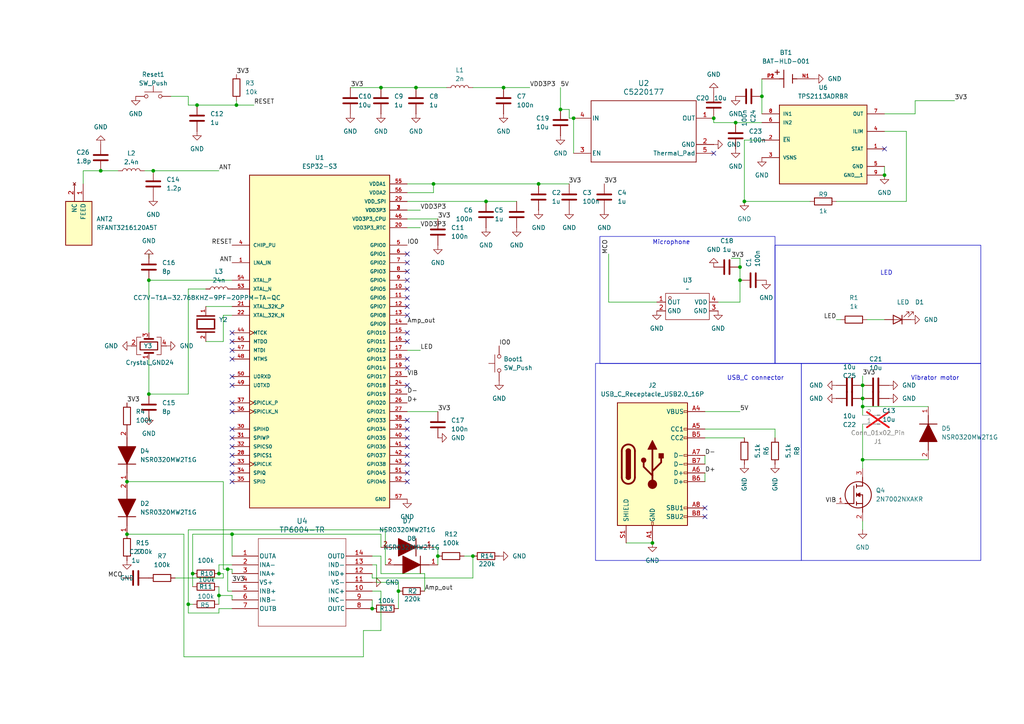
<source format=kicad_sch>
(kicad_sch (version 20231120) (generator "eeschema") (generator_version "8.0")
  (paper "A4")
  (lib_symbols
    (symbol "2024-08-07_11-06-30:TPS7A0333PDQNR3" (pin_names (offset 0.254))
      (property "Reference" "U" (at 0 2.54 0))
      (property "Value" "TPS7A0333PDQNR3" (at 0 0 0))
      (symbol "TPS7A0333PDQNR3_0_1"
        (pin power_in line (at 40.64 0 180) (length 5.08) (name "OUT") (number "1"))
        (pin power_in line (at 40.64 -7.62 180) (length 5.08) (name "GND") (number "2"))
        (pin input line (at 0 -10.16 0) (length 5.08) (name "EN") (number "3"))
        (pin power_in line (at 0 0 0) (length 5.08) (name "IN") (number "4"))
        (pin unspecified line (at 40.64 -10.16 180) (length 5.08) (name "Thermal_Pad") (number "5"))
      )
    )
    (symbol "2024-08-12_07-45-24:TP6004-TR" (pin_names (offset 0.254))
      (property "Reference" "U" (at 20.32 10.16 0))
      (property "Value" "TP6004-TR" (at 20.32 7.62 0))
      (symbol "TP6004-TR_0_1"
        (pin output line (at 0 0 0) (length 7.62) (name "OUTA") (number "1"))
        (pin input line (at 40.64 -10.16 180) (length 7.62) (name "INC+") (number "10"))
        (pin power_in line (at 40.64 -7.62 180) (length 7.62) (name "VS-") (number "11"))
        (pin input line (at 40.64 -5.08 180) (length 7.62) (name "IND+") (number "12"))
        (pin input line (at 40.64 -2.54 180) (length 7.62) (name "IND-") (number "13"))
        (pin output line (at 40.64 0 180) (length 7.62) (name "OUTD") (number "14"))
        (pin input line (at 0 -2.54 0) (length 7.62) (name "INA-") (number "2"))
        (pin input line (at 0 -5.08 0) (length 7.62) (name "INA+") (number "3"))
        (pin power_in line (at 0 -7.62 0) (length 7.62) (name "VS+") (number "4"))
        (pin input line (at 0 -10.16 0) (length 7.62) (name "INB+") (number "5"))
        (pin input line (at 0 -12.7 0) (length 7.62) (name "INB-") (number "6"))
        (pin output line (at 0 -15.24 0) (length 7.62) (name "OUTB") (number "7"))
        (pin output line (at 40.64 -15.24 180) (length 7.62) (name "OUTC") (number "8"))
        (pin input line (at 40.64 -12.7 180) (length 7.62) (name "INC-") (number "9"))
      )
    )
    (symbol "2N7002NXAKR:2N7002NXAKR" (pin_names hide)
      (property "Reference" "Q" (at 11.43 3.81 0))
      (property "Value" "2N7002NXAKR" (at 11.43 1.27 0))
      (symbol "2N7002NXAKR_1_1"
        (pin passive line (at 0 0 0) (length 2.54) (name "G") (number "1"))
        (pin passive line (at 7.62 -5.08 90) (length 2.54) (name "S") (number "2"))
        (pin passive line (at 7.62 10.16 270) (length 2.54) (name "D") (number "3"))
      )
    )
    (symbol "BAT-HLD-001:BAT-HLD-001" (pin_names (offset 1.016))
      (property "Reference" "BT" (at -3.81 3.81 0))
      (property "Value" "BAT-HLD-001" (at -3.81 -5.08 0))
      (symbol "BAT-HLD-001_0_0"
        (pin passive line (at 7.62 0 180) (length 5.08) (name "~") (number "N1"))
        (pin passive line (at -7.62 0 0) (length 5.08) (name "~") (number "P1"))
        (pin passive line (at -7.62 0 0) (length 5.08) (name "~") (number "P2"))
      )
    )
    (symbol "CC7V-T1A-32.768KHZ-9PF-20PPM-TA-QC:CC7V-T1A-32.768KHZ-9PF-20PPM-TA-QC" (pin_names (offset 1.016))
      (property "Reference" "Y" (at -5.08 3.81 0))
      (property "Value" "CC7V-T1A-32.768KHZ-9PF-20PPM-TA-QC" (at -5.08 -5.08 0))
      (symbol "CC7V-T1A-32.768KHZ-9PF-20PPM-TA-QC_0_0"
        (pin passive line (at -5.08 0 0) (length 2.54) (name "~") (number "1"))
        (pin passive line (at 5.08 0 180) (length 2.54) (name "~") (number "2"))
      )
    )
    (symbol "Connector:Conn_01x02_Pin" (pin_names (offset 1.016) hide)
      (property "Reference" "J" (at 0 2.54 0))
      (property "Value" "Conn_01x02_Pin" (at 0 -5.08 0))
      (symbol "Conn_01x02_Pin_1_1"
        (pin passive line (at 5.08 0 180) (length 3.81) (name "Pin_1") (number "1"))
        (pin passive line (at 5.08 -2.54 180) (length 3.81) (name "Pin_2") (number "2"))
      )
    )
    (symbol "Connector:USB_C_Receptacle_USB2.0_16P" (pin_names (offset 1.016))
      (property "Reference" "J" (at 0 22.225 0))
      (property "Value" "USB_C_Receptacle_USB2.0_16P" (at 0 19.685 0))
      (symbol "USB_C_Receptacle_USB2.0_16P_1_1"
        (pin passive line (at 0 -22.86 90) (length 5.08) (name "GND") (number "A1"))
        (pin passive line (at 0 -22.86 90) (length 5.08) hide (name "GND") (number "A12"))
        (pin passive line (at 15.24 15.24 180) (length 5.08) (name "VBUS") (number "A4"))
        (pin bidirectional line (at 15.24 10.16 180) (length 5.08) (name "CC1") (number "A5"))
        (pin bidirectional line (at 15.24 -2.54 180) (length 5.08) (name "D+") (number "A6"))
        (pin bidirectional line (at 15.24 2.54 180) (length 5.08) (name "D-") (number "A7"))
        (pin bidirectional line (at 15.24 -12.7 180) (length 5.08) (name "SBU1") (number "A8"))
        (pin passive line (at 15.24 15.24 180) (length 5.08) hide (name "VBUS") (number "A9"))
        (pin passive line (at 0 -22.86 90) (length 5.08) hide (name "GND") (number "B1"))
        (pin passive line (at 0 -22.86 90) (length 5.08) hide (name "GND") (number "B12"))
        (pin passive line (at 15.24 15.24 180) (length 5.08) hide (name "VBUS") (number "B4"))
        (pin bidirectional line (at 15.24 7.62 180) (length 5.08) (name "CC2") (number "B5"))
        (pin bidirectional line (at 15.24 -5.08 180) (length 5.08) (name "D+") (number "B6"))
        (pin bidirectional line (at 15.24 0 180) (length 5.08) (name "D-") (number "B7"))
        (pin bidirectional line (at 15.24 -15.24 180) (length 5.08) (name "SBU2") (number "B8"))
        (pin passive line (at 15.24 15.24 180) (length 5.08) hide (name "VBUS") (number "B9"))
        (pin passive line (at -7.62 -22.86 90) (length 5.08) (name "SHIELD") (number "S1"))
      )
    )
    (symbol "Device:C" (pin_numbers hide) (pin_names (offset 0.254))
      (property "Reference" "C" (at 0.635 2.54 0))
      (property "Value" "C" (at 0.635 -2.54 0))
      (symbol "C_1_1"
        (pin passive line (at 0 3.81 270) (length 2.794) (name "~") (number "1"))
        (pin passive line (at 0 -3.81 90) (length 2.794) (name "~") (number "2"))
      )
    )
    (symbol "Device:Crystal_GND24" (pin_names (offset 1.016) hide)
      (property "Reference" "Y" (at 3.175 5.08 0))
      (property "Value" "Crystal_GND24" (at 3.175 3.175 0))
      (symbol "Crystal_GND24_1_1"
        (pin passive line (at -3.81 0 0) (length 1.27) (name "1") (number "1"))
        (pin passive line (at 0 5.08 270) (length 1.27) (name "2") (number "2"))
        (pin passive line (at 3.81 0 180) (length 1.27) (name "3") (number "3"))
        (pin passive line (at 0 -5.08 90) (length 1.27) (name "4") (number "4"))
      )
    )
    (symbol "Device:L" (pin_numbers hide) (pin_names (offset 1.016) hide)
      (property "Reference" "L" (at -1.27 0 90))
      (property "Value" "L" (at 1.905 0 90))
      (symbol "L_1_1"
        (pin passive line (at 0 3.81 270) (length 1.27) (name "1") (number "1"))
        (pin passive line (at 0 -3.81 90) (length 1.27) (name "2") (number "2"))
      )
    )
    (symbol "Device:LED" (pin_numbers hide) (pin_names (offset 1.016) hide)
      (property "Reference" "D" (at 0 2.54 0))
      (property "Value" "LED" (at 0 -2.54 0))
      (symbol "LED_1_1"
        (pin passive line (at -3.81 0 0) (length 2.54) (name "K") (number "1"))
        (pin passive line (at 3.81 0 180) (length 2.54) (name "A") (number "2"))
      )
    )
    (symbol "Device:R" (pin_numbers hide) (pin_names (offset 0))
      (property "Reference" "R" (at 2.032 0 90))
      (property "Value" "R" (at 0 0 90))
      (symbol "R_1_1"
        (pin passive line (at 0 3.81 270) (length 1.27) (name "~") (number "1"))
        (pin passive line (at 0 -3.81 90) (length 1.27) (name "~") (number "2"))
      )
    )
    (symbol "ESP32-S3:ESP32-S3" (pin_names (offset 1.016))
      (property "Reference" "U" (at -20.32 49.53 0))
      (property "Value" "ESP32-S3" (at -20.32 -49.53 0))
      (symbol "ESP32-S3_0_0"
        (pin bidirectional line (at -25.4 22.86 0) (length 5.08) (name "LNA_IN") (number "1"))
        (pin bidirectional line (at 25.4 15.24 180) (length 5.08) (name "GPIO5") (number "10"))
        (pin bidirectional line (at 25.4 12.7 180) (length 5.08) (name "GPIO6") (number "11"))
        (pin bidirectional line (at 25.4 10.16 180) (length 5.08) (name "GPIO7") (number "12"))
        (pin bidirectional line (at 25.4 7.62 180) (length 5.08) (name "GPIO8") (number "13"))
        (pin bidirectional line (at 25.4 5.08 180) (length 5.08) (name "GPIO9") (number "14"))
        (pin bidirectional line (at 25.4 2.54 180) (length 5.08) (name "GPIO10") (number "15"))
        (pin bidirectional line (at 25.4 0 180) (length 5.08) (name "GPIO11") (number "16"))
        (pin bidirectional line (at 25.4 -2.54 180) (length 5.08) (name "GPIO12") (number "17"))
        (pin bidirectional line (at 25.4 -5.08 180) (length 5.08) (name "GPIO13") (number "18"))
        (pin bidirectional line (at 25.4 -7.62 180) (length 5.08) (name "GPIO14") (number "19"))
        (pin power_in line (at 25.4 38.1 180) (length 5.08) (name "VDD3P3") (number "2"))
        (pin power_in line (at 25.4 33.02 180) (length 5.08) (name "VDD3P3_RTC") (number "20"))
        (pin bidirectional line (at -25.4 10.16 0) (length 5.08) (name "XTAL_32K_P") (number "21"))
        (pin bidirectional line (at -25.4 7.62 0) (length 5.08) (name "XTAL_32K_N") (number "22"))
        (pin bidirectional line (at 25.4 -10.16 180) (length 5.08) (name "GPIO17") (number "23"))
        (pin bidirectional line (at 25.4 -12.7 180) (length 5.08) (name "GPIO18") (number "24"))
        (pin bidirectional line (at 25.4 -15.24 180) (length 5.08) (name "GPIO19") (number "25"))
        (pin bidirectional line (at 25.4 -17.78 180) (length 5.08) (name "GPIO20") (number "26"))
        (pin bidirectional line (at 25.4 -20.32 180) (length 5.08) (name "GPIO21") (number "27"))
        (pin bidirectional line (at -25.4 -33.02 0) (length 5.08) (name "SPICS1") (number "28"))
        (pin power_in line (at 25.4 40.64 180) (length 5.08) (name "VDD_SPI") (number "29"))
        (pin power_in line (at 25.4 38.1 180) (length 5.08) (name "VDD3P3") (number "3"))
        (pin bidirectional line (at -25.4 -25.4 0) (length 5.08) (name "SPIHD") (number "30"))
        (pin bidirectional line (at -25.4 -27.94 0) (length 5.08) (name "SPIWP") (number "31"))
        (pin bidirectional line (at -25.4 -30.48 0) (length 5.08) (name "SPICS0") (number "32"))
        (pin bidirectional clock (at -25.4 -35.56 0) (length 5.08) (name "SPICLK") (number "33"))
        (pin bidirectional line (at -25.4 -38.1 0) (length 5.08) (name "SPIQ") (number "34"))
        (pin bidirectional line (at -25.4 -40.64 0) (length 5.08) (name "SPID") (number "35"))
        (pin bidirectional clock (at -25.4 -20.32 0) (length 5.08) (name "SPICLK_N") (number "36"))
        (pin bidirectional clock (at -25.4 -17.78 0) (length 5.08) (name "SPICLK_P") (number "37"))
        (pin bidirectional line (at 25.4 -22.86 180) (length 5.08) (name "GPIO33") (number "38"))
        (pin bidirectional line (at 25.4 -25.4 180) (length 5.08) (name "GPIO34") (number "39"))
        (pin input line (at -25.4 27.94 0) (length 5.08) (name "CHIP_PU") (number "4"))
        (pin bidirectional line (at 25.4 -27.94 180) (length 5.08) (name "GPIO35") (number "40"))
        (pin bidirectional line (at 25.4 -30.48 180) (length 5.08) (name "GPIO36") (number "41"))
        (pin bidirectional line (at 25.4 -33.02 180) (length 5.08) (name "GPIO37") (number "42"))
        (pin bidirectional line (at 25.4 -35.56 180) (length 5.08) (name "GPIO38") (number "43"))
        (pin bidirectional clock (at -25.4 2.54 0) (length 5.08) (name "MTCK") (number "44"))
        (pin bidirectional line (at -25.4 0 0) (length 5.08) (name "MTDO") (number "45"))
        (pin power_in line (at 25.4 35.56 180) (length 5.08) (name "VDD3P3_CPU") (number "46"))
        (pin bidirectional line (at -25.4 -2.54 0) (length 5.08) (name "MTDI") (number "47"))
        (pin bidirectional line (at -25.4 -5.08 0) (length 5.08) (name "MTMS") (number "48"))
        (pin bidirectional line (at -25.4 -12.7 0) (length 5.08) (name "U0TXD") (number "49"))
        (pin bidirectional line (at 25.4 27.94 180) (length 5.08) (name "GPIO0") (number "5"))
        (pin bidirectional line (at -25.4 -10.16 0) (length 5.08) (name "U0RXD") (number "50"))
        (pin bidirectional line (at 25.4 -38.1 180) (length 5.08) (name "GPIO45") (number "51"))
        (pin bidirectional line (at 25.4 -40.64 180) (length 5.08) (name "GPIO46") (number "52"))
        (pin output line (at -25.4 15.24 0) (length 5.08) (name "XTAL_N") (number "53"))
        (pin input line (at -25.4 17.78 0) (length 5.08) (name "XTAL_P") (number "54"))
        (pin power_in line (at 25.4 45.72 180) (length 5.08) (name "VDDA1") (number "55"))
        (pin power_in line (at 25.4 43.18 180) (length 5.08) (name "VDDA2") (number "56"))
        (pin power_in line (at 25.4 -45.72 180) (length 5.08) (name "GND") (number "57"))
        (pin bidirectional line (at 25.4 25.4 180) (length 5.08) (name "GPIO1") (number "6"))
        (pin bidirectional line (at 25.4 22.86 180) (length 5.08) (name "GPIO2") (number "7"))
        (pin bidirectional line (at 25.4 20.32 180) (length 5.08) (name "GPIO3") (number "8"))
        (pin bidirectional line (at 25.4 17.78 180) (length 5.08) (name "GPIO4") (number "9"))
      )
    )
    (symbol "NSR0320MW2T1G:NSR0320MW2T1G" (pin_names hide)
      (property "Reference" "D" (at 11.43 5.08 0))
      (property "Value" "NSR0320MW2T1G" (at 11.43 2.54 0))
      (symbol "NSR0320MW2T1G_1_1"
        (pin passive line (at 0 0 0) (length 2.54) (name "K") (number "1"))
        (pin passive line (at 15.24 0 180) (length 2.54) (name "A") (number "2"))
      )
    )
    (symbol "ProLibrary_pcs_2024-07-25:LMA2718T421-OA5-2"
      (property "Reference" "U" (at 0 0 0))
      (symbol "LMA2718T421-OA5-2_1_0"
        (pin unspecified line (at -8.89 1.27 0) (length 2.54) (name "OUT") (number "1"))
        (pin unspecified line (at -8.89 -1.27 0) (length 2.54) (name "GND") (number "2"))
        (pin unspecified line (at 8.89 -1.27 180) (length 2.54) (name "GND") (number "3"))
        (pin unspecified line (at 8.89 1.27 180) (length 2.54) (name "VDD") (number "4"))
      )
    )
    (symbol "RFANT3216120A5T:RFANT3216120A5T"
      (property "Reference" "ANT" (at 19.05 7.62 0))
      (property "Value" "RFANT3216120A5T" (at 19.05 5.08 0))
      (symbol "RFANT3216120A5T_1_1"
        (pin input line (at 0 0 0) (length 5.08) (name "FEED") (number "1"))
        (pin no_connect line (at 0 -2.54 0) (length 5.08) (name "NC") (number "2"))
      )
    )
    (symbol "Switch:SW_Push" (pin_numbers hide) (pin_names (offset 1.016) hide)
      (property "Reference" "SW" (at 1.27 2.54 0))
      (property "Value" "SW_Push" (at 0 -1.524 0))
      (symbol "SW_Push_0_1"
        (pin passive line (at -5.08 0 0) (length 2.54) (name "1") (number "1"))
        (pin passive line (at 5.08 0 180) (length 2.54) (name "2") (number "2"))
      )
    )
    (symbol "TPS2113ADRBR:TPS2113ADRBR" (pin_names (offset 1.016))
      (property "Reference" "U" (at -12.7 11.16 0))
      (property "Value" "TPS2113ADRBR" (at -12.7 -15.24 0))
      (symbol "TPS2113ADRBR_0_0"
        (pin output line (at 17.78 -2.54 180) (length 5.08) (name "STAT") (number "1"))
        (pin input line (at -17.78 0 0) (length 5.08) (name "~{EN}") (number "2"))
        (pin input line (at -17.78 -5.08 0) (length 5.08) (name "VSNS") (number "3"))
        (pin input line (at 17.78 2.54 180) (length 5.08) (name "ILIM") (number "4"))
        (pin power_in line (at 17.78 -7.62 180) (length 5.08) (name "GND") (number "5"))
        (pin input line (at -17.78 5.08 0) (length 5.08) (name "IN2") (number "6"))
        (pin output line (at 17.78 7.62 180) (length 5.08) (name "OUT") (number "7"))
        (pin input line (at -17.78 7.62 0) (length 5.08) (name "IN1") (number "8"))
        (pin power_in line (at 17.78 -10.16 180) (length 5.08) (name "GND__1") (number "9"))
      )
    )
    (symbol "power:GND" (power) (pin_numbers hide) (pin_names (offset 0) hide)
      (property "Value" "GND" (at 0 -3.81 0))
      (symbol "GND_1_1"
        (pin power_in line (at 0 0 270) (length 0) (name "~") (number "1"))
      )
    )
  )
  (junction (at 63.5 166.37))
  (junction (at 207.01 34.29))
  (junction (at 256.54 50.8))
  (junction (at 29.21 49.53))
  (junction (at 250.19 133.35))
  (junction (at 68.58 30.48))
  (junction (at 137.16 161.29))
  (junction (at 36.83 139.7))
  (junction (at 250.19 115.57))
  (junction (at 213.36 35.56))
  (junction (at 110.49 25.4))
  (junction (at 215.9 58.42))
  (junction (at 125.73 53.34))
  (junction (at 107.95 176.53))
  (junction (at 156.21 53.34))
  (junction (at 166.37 34.29))
  (junction (at 55.88 166.37))
  (junction (at 189.23 157.48))
  (junction (at 127 161.29))
  (junction (at 146.05 25.4))
  (junction (at 250.19 117.9168))
  (junction (at 214.63 77.47))
  (junction (at 57.15 30.48))
  (junction (at 44.45 49.53))
  (junction (at 220.98 27.94))
  (junction (at 115.57 171.45))
  (junction (at 214.63 81.28))
  (junction (at 120.65 25.4))
  (junction (at 66.04 165.1))
  (junction (at 67.31 154.94))
  (junction (at 140.97 58.42))
  (junction (at 54.61 175.26))
  (junction (at 162.56 31.75))
  (junction (at 36.83 154.94))
  (junction (at 63.5 172.72))
  (junction (at 43.18 81.28))
  (junction (at 250.19 111.76))
  (junction (at 43.18 114.3))
  (no_connect (at 118.11 124.46))
  (no_connect (at 67.31 116.84))
  (no_connect (at 67.31 99.06))
  (no_connect (at 118.11 129.54))
  (no_connect (at 118.11 99.06))
  (no_connect (at 67.31 139.7))
  (no_connect (at 67.31 104.14))
  (no_connect (at 118.11 132.08))
  (no_connect (at 118.11 91.44))
  (no_connect (at 67.31 129.54))
  (no_connect (at 118.11 139.7))
  (no_connect (at 118.11 78.74))
  (no_connect (at 67.31 134.62))
  (no_connect (at 118.11 88.9))
  (no_connect (at 204.47 149.86))
  (no_connect (at 67.31 109.22))
  (no_connect (at 67.31 132.08))
  (no_connect (at 118.11 137.16))
  (no_connect (at 118.11 83.82))
  (no_connect (at 118.11 81.28))
  (no_connect (at 118.11 104.14))
  (no_connect (at 67.31 124.46))
  (no_connect (at 67.31 101.6))
  (no_connect (at 118.11 134.62))
  (no_connect (at 118.11 96.52))
  (no_connect (at 67.31 127))
  (no_connect (at 118.11 111.76))
  (no_connect (at 67.31 111.76))
  (no_connect (at 256.54 43.18))
  (no_connect (at 67.31 96.52))
  (no_connect (at 118.11 121.92))
  (no_connect (at 204.47 147.32))
  (no_connect (at 118.11 127))
  (no_connect (at 207.01 44.45))
  (no_connect (at 118.11 73.66))
  (no_connect (at 118.11 76.2))
  (no_connect (at 118.11 106.68))
  (no_connect (at 67.31 119.38))
  (no_connect (at 67.31 137.16))
  (no_connect (at 118.11 86.36))
  (wire (pts (xy 118.11 58.42) (xy 140.97 58.42)))
  (wire (pts (xy 64.77 165.1) (xy 66.04 165.1)))
  (wire (pts (xy 73.66 30.48) (xy 68.58 30.48)))
  (wire (pts (xy 214.63 81.28) (xy 214.63 77.47)))
  (wire (pts (xy 54.61 30.48) (xy 54.61 27.94)))
  (wire (pts (xy 156.21 53.34) (xy 165.1 53.34)))
  (wire (pts (xy 115.57 176.53) (xy 115.57 171.45)))
  (wire (pts (xy 54.61 177.8) (xy 54.61 175.26)))
  (wire (pts (xy 146.05 25.4) (xy 153.67 25.4)))
  (wire (pts (xy 55.88 166.37) (xy 55.88 170.18)))
  (wire (pts (xy 107.95 166.37) (xy 107.95 167.64)))
  (wire (pts (xy 36.83 139.7) (xy 64.77 139.7)))
  (wire (pts (xy 204.47 127) (xy 215.9 127)))
  (wire (pts (xy 250.19 117.9168) (xy 269.24 117.9168)))
  (wire (pts (xy 29.21 49.53) (xy 34.29 49.53)))
  (wire (pts (xy 68.58 30.48) (xy 68.58 29.21)))
  (wire (pts (xy 107.95 161.29) (xy 110.49 161.29)))
  (wire (pts (xy 165.1 31.75) (xy 162.56 31.75)))
  (wire (pts (xy 250.19 111.76) (xy 250.19 115.57)))
  (wire (pts (xy 118.11 55.88) (xy 125.73 55.88)))
  (wire (pts (xy 250.19 122.9968) (xy 250.19 133.35)))
  (wire (pts (xy 115.57 171.45) (xy 115.57 168.91)))
  (wire (pts (xy 118.11 101.6) (xy 121.92 101.6)))
  (wire (pts (xy 250.19 153.67) (xy 250.19 151.13)))
  (wire (pts (xy 66.04 165.1) (xy 67.31 165.1)))
  (wire (pts (xy 125.73 55.88) (xy 125.73 53.34)))
  (wire (pts (xy 121.92 66.04) (xy 118.11 66.04)))
  (wire (pts (xy 262.89 38.1) (xy 262.89 58.42)))
  (wire (pts (xy 63.5 172.72) (xy 63.5 175.26)))
  (wire (pts (xy 176.53 87.63) (xy 190.5 87.63)))
  (wire (pts (xy 43.18 104.14) (xy 43.18 114.3)))
  (wire (pts (xy 256.54 38.1) (xy 262.89 38.1)))
  (wire (pts (xy 127 158.75) (xy 127 161.29)))
  (wire (pts (xy 207.01 35.56) (xy 213.36 35.56)))
  (wire (pts (xy 63.5 177.8) (xy 54.61 177.8)))
  (wire (pts (xy 63.5 170.18) (xy 63.5 172.72)))
  (wire (pts (xy 111.76 153.67) (xy 54.61 153.67)))
  (wire (pts (xy 256.54 92.71) (xy 251.46 92.71)))
  (wire (pts (xy 165.1 34.29) (xy 165.1 31.75)))
  (wire (pts (xy 107.95 163.83) (xy 109.22 163.83)))
  (wire (pts (xy 110.49 154.94) (xy 67.31 154.94)))
  (wire (pts (xy 127 161.29) (xy 127 163.83)))
  (wire (pts (xy 57.15 30.48) (xy 68.58 30.48)))
  (wire (pts (xy 137.16 25.4) (xy 146.05 25.4)))
  (wire (pts (xy 140.97 58.42) (xy 149.86 58.42)))
  (wire (pts (xy 118.11 63.5) (xy 127 63.5)))
  (wire (pts (xy 110.49 166.37) (xy 123.19 166.37)))
  (wire (pts (xy 213.36 35.56) (xy 220.98 35.56)))
  (wire (pts (xy 64.77 91.44) (xy 64.77 99.06)))
  (wire (pts (xy 53.34 154.94) (xy 53.34 190.5)))
  (wire (pts (xy 110.49 182.88) (xy 110.49 171.45)))
  (wire (pts (xy 208.28 87.63) (xy 214.63 87.63)))
  (wire (pts (xy 256.54 48.26) (xy 256.54 50.8)))
  (wire (pts (xy 54.61 30.48) (xy 57.15 30.48)))
  (wire (pts (xy 54.61 83.82) (xy 54.61 114.3)))
  (wire (pts (xy 64.77 139.7) (xy 64.77 165.1)))
  (wire (pts (xy 44.45 49.53) (xy 63.5 49.53)))
  (wire (pts (xy 67.31 176.53) (xy 63.5 176.53)))
  (wire (pts (xy 67.31 171.45) (xy 66.04 171.45)))
  (wire (pts (xy 250.19 133.35) (xy 269.24 133.35)))
  (wire (pts (xy 215.9 58.42) (xy 215.9 40.64)))
  (wire (pts (xy 64.77 99.06) (xy 59.69 99.06)))
  (wire (pts (xy 214.63 81.28) (xy 214.63 87.63)))
  (wire (pts (xy 36.83 154.94) (xy 53.34 154.94)))
  (wire (pts (xy 67.31 154.94) (xy 55.88 154.94)))
  (wire (pts (xy 134.62 161.29) (xy 137.16 161.29)))
  (wire (pts (xy 54.61 27.94) (xy 49.53 27.94)))
  (wire (pts (xy 59.69 83.82) (xy 54.61 83.82)))
  (wire (pts (xy 53.34 190.5) (xy 105.41 190.5)))
  (wire (pts (xy 176.53 73.66) (xy 176.53 87.63)))
  (wire (pts (xy 24.13 49.53) (xy 24.13 53.34)))
  (wire (pts (xy 67.31 165.1) (xy 67.31 166.37)))
  (wire (pts (xy 111.76 163.83) (xy 111.76 153.67)))
  (wire (pts (xy 63.5 166.37) (xy 63.5 163.83)))
  (wire (pts (xy 181.61 157.48) (xy 189.23 157.48)))
  (wire (pts (xy 214.63 77.47) (xy 214.63 74.93)))
  (wire (pts (xy 123.19 166.37) (xy 123.19 171.45)))
  (wire (pts (xy 215.9 58.42) (xy 234.95 58.42)))
  (wire (pts (xy 105.41 190.5) (xy 105.41 182.88)))
  (wire (pts (xy 67.31 173.99) (xy 67.31 172.72)))
  (wire (pts (xy 110.49 161.29) (xy 110.49 166.37)))
  (wire (pts (xy 54.61 175.26) (xy 55.88 175.26)))
  (wire (pts (xy 250.19 133.35) (xy 250.19 135.89)))
  (wire (pts (xy 63.5 176.53) (xy 63.5 177.8)))
  (wire (pts (xy 67.31 91.44) (xy 64.77 91.44)))
  (wire (pts (xy 43.18 81.28) (xy 43.18 96.52)))
  (wire (pts (xy 55.88 154.94) (xy 55.88 166.37)))
  (wire (pts (xy 54.61 153.67) (xy 54.61 175.26)))
  (wire (pts (xy 50.8 167.64) (xy 64.77 167.64)))
  (wire (pts (xy 165.1 34.29) (xy 166.37 34.29)))
  (wire (pts (xy 265.43 29.21) (xy 276.86 29.21)))
  (wire (pts (xy 110.49 25.4) (xy 120.65 25.4)))
  (wire (pts (xy 41.91 49.53) (xy 44.45 49.53)))
  (wire (pts (xy 265.43 33.02) (xy 265.43 29.21)))
  (wire (pts (xy 265.43 33.02) (xy 256.54 33.02)))
  (wire (pts (xy 220.98 27.94) (xy 220.98 33.02)))
  (wire (pts (xy 207.01 35.56) (xy 207.01 34.29)))
  (wire (pts (xy 137.16 161.29) (xy 137.16 167.64)))
  (wire (pts (xy 125.73 53.34) (xy 118.11 53.34)))
  (wire (pts (xy 166.37 34.29) (xy 166.37 44.45)))
  (wire (pts (xy 269.24 133.1568) (xy 269.24 133.35)))
  (wire (pts (xy 110.49 158.75) (xy 110.49 154.94)))
  (wire (pts (xy 250.19 117.9168) (xy 250.19 120.4568)))
  (wire (pts (xy 214.63 74.93) (xy 212.09 74.93)))
  (wire (pts (xy 107.95 173.99) (xy 107.95 176.53)))
  (wire (pts (xy 162.56 25.4) (xy 162.56 31.75)))
  (wire (pts (xy 67.31 172.72) (xy 63.5 172.72)))
  (wire (pts (xy 43.18 121.92) (xy 43.18 120.65)))
  (wire (pts (xy 43.18 73.66) (xy 43.18 74.93)))
  (wire (pts (xy 224.79 124.46) (xy 204.47 124.46)))
  (wire (pts (xy 120.65 25.4) (xy 129.54 25.4)))
  (wire (pts (xy 101.6 25.4) (xy 110.49 25.4)))
  (wire (pts (xy 220.98 22.86) (xy 220.98 27.94)))
  (wire (pts (xy 215.9 40.64) (xy 220.98 40.64)))
  (wire (pts (xy 63.5 163.83) (xy 67.31 163.83)))
  (wire (pts (xy 67.31 154.94) (xy 67.31 161.29)))
  (wire (pts (xy 125.73 53.34) (xy 156.21 53.34)))
  (wire (pts (xy 250.19 109.0268) (xy 250.19 111.76)))
  (wire (pts (xy 66.04 171.45) (xy 66.04 165.1)))
  (wire (pts (xy 59.69 88.9) (xy 67.31 88.9)))
  (wire (pts (xy 64.77 166.37) (xy 64.77 167.64)))
  (wire (pts (xy 242.57 92.71) (xy 243.84 92.71)))
  (wire (pts (xy 204.47 137.16) (xy 204.47 139.7)))
  (wire (pts (xy 214.63 119.38) (xy 204.47 119.38)))
  (wire (pts (xy 118.11 119.38) (xy 127 119.38)))
  (wire (pts (xy 137.16 167.64) (xy 107.95 167.64)))
  (wire (pts (xy 24.13 49.53) (xy 29.21 49.53)))
  (wire (pts (xy 107.95 171.45) (xy 110.49 171.45)))
  (wire (pts (xy 109.22 168.91) (xy 109.22 163.83)))
  (wire (pts (xy 125.73 158.75) (xy 127 158.75)))
  (wire (pts (xy 242.57 58.42) (xy 262.89 58.42)))
  (wire (pts (xy 224.79 127) (xy 224.79 124.46)))
  (wire (pts (xy 204.47 132.08) (xy 204.47 134.62)))
  (wire (pts (xy 63.5 166.37) (xy 64.77 166.37)))
  (wire (pts (xy 43.18 81.28) (xy 67.31 81.28)))
  (wire (pts (xy 121.92 60.96) (xy 118.11 60.96)))
  (wire (pts (xy 250.19 115.57) (xy 250.19 117.9168)))
  (wire (pts (xy 115.57 168.91) (xy 109.22 168.91)))
  (wire (pts (xy 54.61 114.3) (xy 43.18 114.3)))
  (wire (pts (xy 105.41 182.88) (xy 110.49 182.88)))
  (rectangle (start 173.99 68.58) (end 224.79 105.41))
  (rectangle (start 172.72 105.41) (end 232.41 162.56))
  (rectangle (start 224.79 71.12) (end 284.48 105.41))
  (rectangle (start 232.41 105.41) (end 284.48 162.56))
  (text "Vibrator motor" (at 264.16 110.49 0) (effects (font (size 1.27 1.27)) (justify left bottom)))
  (text "USB_C connector" (at 210.82 110.49 0) (effects (font (size 1.27 1.27)) (justify left bottom)))
  (text "Microphone\n" (at 189.23 71.12 0) (effects (font (size 1.27 1.27)) (justify left bottom)))
  (text "LED\n" (at 255.27 80.01 0) (effects (font (size 1.27 1.27)) (justify left bottom)))
  (label "RESET" (at 73.66 30.48 0))
  (label "VDD3P3" (at 153.67 25.4 0))
  (label "Amp_out" (at 118.11 93.98 0))
  (label "5V" (at 214.63 119.38 0))
  (label "3V3" (at 67.31 168.91 0))
  (label "VDD3P3" (at 121.92 66.04 0))
  (label "D-" (at 118.11 114.3 0))
  (label "Amp_out" (at 123.19 171.45 0))
  (label "IO0" (at 144.78 100.33 0))
  (label "ANT" (at 63.5 49.53 0))
  (label "3V3" (at 68.58 21.59 0))
  (label "3V3" (at 276.86 29.21 0))
  (label "3V3" (at 250.19 109.0268 0))
  (label "D+" (at 118.11 116.84 0))
  (label "D+" (at 204.47 137.16 0))
  (label "VIB" (at 242.57 146.05 180))
  (label "3V3" (at 164.914 53.34 0))
  (label "3V3" (at 175.26 53.34 0))
  (label "3V3" (at 212.09 74.93 0))
  (label "LED" (at 242.57 92.71 180))
  (label "VIB" (at 118.11 109.22 0))
  (label "MCO" (at 35.56 167.64 180))
  (label "VDD3P3" (at 121.92 60.96 0))
  (label "3V3" (at 101.7324 25.4 0))
  (label "D-" (at 204.47 132.08 0))
  (label "3V3" (at 36.83 116.84 0))
  (label "ANT" (at 67.31 76.2 180))
  (label "RESET" (at 67.31 71.12 180))
  (label "IO0" (at 118.11 71.12 0))
  (label "5V" (at 162.56 25.4 0))
  (label "3V3" (at 127 119.38 0))
  (label "MCO" (at 176.53 73.66 90))
  (label "LED" (at 121.92 101.6 0))
  (label "3V3" (at 127 63.5 0))
  (symbol (lib_id "Device:C") (at 246.38 115.57 270) (unit 1)
    (property "Reference" "C22" (at 246.38 123.19 90))
    (property "Value" "10u" (at 246.38 120.65 90))
    (property "Footprint" "Capacitor_SMD:C_0402_1005Metric" (effects (hide yes)))
    (property "Description" "Unpolarized capacitor" (effects (hide yes)))
    (property "LCSC Part" "C315248" (effects (hide yes)))
  )
  (symbol (lib_id "Device:R") (at 130.81 161.29 90) (unit 1)
    (property "Reference" "R12" (at 130.81 154.94 90))
    (property "Value" "100k" (at 130.81 157.48 90))
    (property "Footprint" "Resistor_SMD:R_0201_0603Metric" (effects (hide yes)))
    (property "Description" "Resistor" (effects (hide yes)))
    (property "LCSC Part" "C102685" (effects (hide yes)))
  )
  (symbol (lib_id "Device:R") (at 36.83 158.75 180) (unit 1)
    (property "Reference" "R15" (at 39.37 157.4799 0) (effects (justify right)))
    (property "Value" "100k" (at 39.37 160.0199 0) (effects (justify right)))
    (property "Footprint" "Resistor_SMD:R_0201_0603Metric" (effects (hide yes)))
    (property "Description" "Resistor" (effects (hide yes)))
    (property "LCSC Part" "C102685" (effects (hide yes)))
  )
  (symbol (lib_id "power:GND") (at 43.18 120.65 0) (unit 1)
    (property "Reference" "#PWR023" (effects (hide yes)))
    (property "Value" "GND" (at 43.18 125.73 0))
    (property "Description" "Power symbol creates a global label with name \"GND\" , ground" (effects (hide yes)))
  )
  (symbol (lib_id "power:GND") (at 215.9 58.42 0) (unit 1)
    (property "Reference" "#PWR042" (effects (hide yes)))
    (property "Value" "GND" (at 215.9 63.5 0))
    (property "Description" "Power symbol creates a global label with name \"GND\" , ground" (effects (hide yes)))
  )
  (symbol (lib_id "Device:C") (at 39.37 167.64 90) (unit 1)
    (property "Reference" "C27" (at 39.37 160.02 90))
    (property "Value" "1u" (at 39.37 162.56 90))
    (property "Footprint" "Capacitor_SMD:C_0402_1005Metric" (effects (hide yes)))
    (property "Description" "Unpolarized capacitor" (effects (hide yes)))
    (property "LCSC Part" "C52923" (effects (hide yes)))
  )
  (symbol (lib_id "Device:R") (at 224.79 130.81 0) (unit 1)
    (property "Reference" "R8" (at 231.14 130.81 90))
    (property "Value" "5.1k" (at 228.6 130.81 90))
    (property "Footprint" "Resistor_SMD:R_0201_0603Metric" (effects (hide yes)))
    (property "Description" "Resistor" (effects (hide yes)))
    (property "LCSC Part" "C274341" (effects (hide yes)))
  )
  (symbol (lib_id "Device:R") (at 215.9 130.81 0) (unit 1)
    (property "Reference" "R6" (at 222.25 130.81 90))
    (property "Value" "5.1k" (at 219.71 130.81 90))
    (property "Footprint" "Resistor_SMD:R_0201_0603Metric" (effects (hide yes)))
    (property "Description" "Resistor" (effects (hide yes)))
    (property "LCSC Part" "C274341" (effects (hide yes)))
  )
  (symbol (lib_id "power:GND") (at 257.81 115.57 90) (unit 1)
    (property "Reference" "#PWR021" (effects (hide yes)))
    (property "Value" "GND" (at 261.62 115.5699 90) (effects (justify right)))
    (property "Description" "Power symbol creates a global label with name \"GND\" , ground" (effects (hide yes)))
  )
  (symbol (lib_id "CC7V-T1A-32.768KHZ-9PF-20PPM-TA-QC:CC7V-T1A-32.768KHZ-9PF-20PPM-TA-QC") (at 59.69 93.98 270) (unit 1)
    (property "Reference" "Y2" (at 63.5 92.7099 90) (effects (justify left)))
    (property "Value" "CC7V-T1A-32.768KHZ-9PF-20PPM-TA-QC" (at 38.608 86.36 90) (effects (justify left)))
    (property "Footprint" "CC7V-T1A-32.768KHZ-9PF-20PPM-TA-QC:XTAL_CC7V-T1A-32.768KHZ-9PF-20PPM-TA-QC" (effects (hide yes)))
    (property "MF" "Micro Crystal" (effects (hide yes)))
    (property "MAXIMUM_PACKAGE_HEIGHT" "0.9mm" (effects (hide yes)))
    (property "Package" "SMD-2 Micro Crystal" (effects (hide yes)))
    (property "Price" "None" (effects (hide yes)))
    (property "Check_prices" "https://www.snapeda.com/parts/CC7V-T1A-32.768KHZ-9PF-20PPM-TA-QC/Micro+Crystal/view-part/?ref=eda" (effects (hide yes)))
    (property "STANDARD" "Manufacturer Recommendations" (effects (hide yes)))
    (property "PARTREV" "8.1/03.2021" (effects (hide yes)))
    (property "SnapEDA_Link" "https://www.snapeda.com/parts/CC7V-T1A-32.768KHZ-9PF-20PPM-TA-QC/Micro+Crystal/view-part/?ref=snap" (effects (hide yes)))
    (property "MP" "CC7V-T1A-32.768KHZ-9PF-20PPM-TA-QC" (effects (hide yes)))
    (property "Purchase-URL" "https://www.snapeda.com/api/url_track_click_mouser/?unipart_id=11445049&manufacturer=Micro Crystal&part_name=CC7V-T1A-32.768KHZ-9PF-20PPM-TA-QC&search_term=None" (effects (hide yes)))
    (property "Description_1" "\nTuning Fork Crystal 32.768kHz in 1.5 x 3.2 mm package\n" (effects (hide yes)))
    (property "Availability" "In Stock" (effects (hide yes)))
    (property "MANUFACTURER" "Micro Crystal" (effects (hide yes)))
    (property "LCSC Part" "C337577" (effects (hide yes)))
  )
  (symbol (lib_id "power:GND") (at 48.26 100.33 90) (unit 1)
    (property "Reference" "#PWR031" (effects (hide yes)))
    (property "Value" "GND" (at 52.07 100.3299 90) (effects (justify right)))
    (property "Description" "Power symbol creates a global label with name \"GND\" , ground" (effects (hide yes)))
  )
  (symbol (lib_id "power:GND") (at 207.01 26.67 180) (unit 1)
    (property "Reference" "#PWR033" (effects (hide yes)))
    (property "Value" "GND" (at 207.01 21.59 0))
    (property "Description" "Power symbol creates a global label with name \"GND\" , ground" (effects (hide yes)))
  )
  (symbol (lib_id "Device:R") (at 59.69 175.26 90) (unit 1)
    (property "Reference" "R5" (at 59.436 175.514 90))
    (property "Value" "100k" (at 59.69 172.974 90))
    (property "Footprint" "Resistor_SMD:R_0201_0603Metric" (effects (hide yes)))
    (property "Description" "Resistor" (effects (hide yes)))
    (property "LCSC Part" "C102685" (effects (hide yes)))
  )
  (symbol (lib_id "2024-08-12_07-45-24:TP6004-TR") (at 67.31 161.29 0) (unit 1)
    (property "Reference" "U4" (at 87.63 151.13 0) (effects (font (size 1.524 1.524))))
    (property "Value" "TP6004-TR" (at 87.63 153.67 0) (effects (font (size 1.524 1.524))))
    (property "Footprint" "SamacSys_Parts:TSSOP-14_TPK-L" (effects (hide yes)))
    (property "Datasheet" "TP6004-TR" (effects (hide yes)))
    (property "LCSC Part" "C248577" (effects (hide yes)))
  )
  (symbol (lib_id "power:GND") (at 140.97 66.04 0) (mirror y) (unit 1)
    (property "Reference" "#PWR012" (effects (hide yes)))
    (property "Value" "GND" (at 140.97 71.12 0))
    (property "Description" "Power symbol creates a global label with name \"GND\" , ground" (effects (hide yes)))
  )
  (symbol (lib_id "Device:C") (at 146.05 29.21 0) (unit 1)
    (property "Reference" "C7" (at 149.86 27.94 0) (effects (justify left)))
    (property "Value" "100n" (at 149.86 30.48 0) (effects (justify left)))
    (property "Footprint" "Capacitor_SMD:C_0402_1005Metric" (effects (hide yes)))
    (property "Description" "Unpolarized capacitor" (effects (hide yes)))
    (property "LCSC Part" "C1525" (effects (hide yes)))
  )
  (symbol (lib_id "power:GND") (at 207.01 77.47 180) (unit 1)
    (property "Reference" "#PWR029" (effects (hide yes)))
    (property "Value" "GND" (at 207.01 72.39 0))
    (property "Description" "Power symbol creates a global label with name \"GND\" , ground" (effects (hide yes)))
  )
  (symbol (lib_id "power:GND") (at 38.1 100.33 270) (unit 1)
    (property "Reference" "#PWR036" (effects (hide yes)))
    (property "Value" "GND" (at 34.29 100.3299 90) (effects (justify right)))
    (property "Description" "Power symbol creates a global label with name \"GND\" , ground" (effects (hide yes)))
  )
  (symbol (lib_id "Device:C") (at 213.36 39.37 0) (unit 1)
    (property "Reference" "C23" (at 217.17 38.0999 0) (effects (justify left)))
    (property "Value" "100n" (at 217.17 40.6399 0) (effects (justify left)))
    (property "Footprint" "Capacitor_SMD:C_0402_1005Metric" (effects (hide yes)))
    (property "Description" "Unpolarized capacitor" (effects (hide yes)))
    (property "LCSC Part" "C1525" (effects (hide yes)))
  )
  (symbol (lib_id "Device:C") (at 218.44 81.28 90) (unit 1)
    (property "Reference" "C1" (at 217.17 77.47 0) (effects (justify left)))
    (property "Value" "100n" (at 219.71 77.47 0) (effects (justify left)))
    (property "Footprint" "Capacitor_SMD:C_0402_1005Metric" (effects (hide yes)))
    (property "Description" "Unpolarized capacitor" (effects (hide yes)))
    (property "LCSC Part" "C1525" (effects (hide yes)))
  )
  (symbol (lib_id "power:GND") (at 29.21 41.91 180) (unit 1)
    (property "Reference" "#PWR039" (effects (hide yes)))
    (property "Value" "GND" (at 29.21 36.83 0))
    (property "Description" "Power symbol creates a global label with name \"GND\" , ground" (effects (hide yes)))
  )
  (symbol (lib_id "power:GND") (at 222.25 81.28 0) (unit 1)
    (property "Reference" "#PWR01" (effects (hide yes)))
    (property "Value" "GND" (at 222.25 86.36 0))
    (property "Description" "Power symbol creates a global label with name \"GND\" , ground" (effects (hide yes)))
  )
  (symbol (lib_id "Device:C") (at 44.45 53.34 0) (unit 1)
    (property "Reference" "C14" (at 48.26 52.07 0) (effects (justify left)))
    (property "Value" "1.2p" (at 48.26 54.61 0) (effects (justify left)))
    (property "Footprint" "Capacitor_SMD:C_0402_1005Metric" (effects (hide yes)))
    (property "Description" "Unpolarized capacitor" (effects (hide yes)))
    (property "LCSC Part" "C1551" (effects (hide yes)))
  )
  (symbol (lib_id "power:GND") (at 156.21 60.96 0) (unit 1)
    (property "Reference" "#PWR05" (effects (hide yes)))
    (property "Value" "GND" (at 156.21 66.04 0))
    (property "Description" "Power symbol creates a global label with name \"GND\" , ground" (effects (hide yes)))
  )
  (symbol (lib_id "power:GND") (at 57.15 38.1 0) (unit 1)
    (property "Reference" "#PWR019" (effects (hide yes)))
    (property "Value" "GND" (at 57.15 43.18 0))
    (property "Description" "Power symbol creates a global label with name \"GND\" , ground" (effects (hide yes)))
  )
  (symbol (lib_id "Device:R") (at 46.99 167.64 90) (unit 1)
    (property "Reference" "R7" (at 46.99 161.29 90))
    (property "Value" "100k" (at 46.99 163.83 90))
    (property "Footprint" "Resistor_SMD:R_0201_0603Metric" (effects (hide yes)))
    (property "Description" "Resistor" (effects (hide yes)))
    (property "LCSC Part" "C102685" (effects (hide yes)))
  )
  (symbol (lib_id "power:GND") (at 39.37 27.94 0) (unit 1)
    (property "Reference" "#PWR020" (effects (hide yes)))
    (property "Value" "GND" (at 39.37 33.02 0))
    (property "Description" "Power symbol creates a global label with name \"GND\" , ground" (effects (hide yes)))
  )
  (symbol (lib_id "power:GND") (at 242.57 115.57 270) (unit 1)
    (property "Reference" "#PWR037" (effects (hide yes)))
    (property "Value" "GND" (at 238.76 115.5701 90) (effects (justify right)))
    (property "Description" "Power symbol creates a global label with name \"GND\" , ground" (effects (hide yes)))
  )
  (symbol (lib_id "Device:LED") (at 260.35 92.71 180) (unit 1)
    (property "Reference" "D1" (at 266.7 87.63 0))
    (property "Value" "LED" (at 261.9375 87.63 0))
    (property "Footprint" "LED_SMD:LED_0201_0603Metric" (effects (hide yes)))
    (property "Description" "Light emitting diode" (effects (hide yes)))
    (property "LCSC Part" "C3646921" (effects (hide yes)))
  )
  (symbol (lib_id "Device:R") (at 111.76 176.53 90) (unit 1)
    (property "Reference" "R13" (at 112.014 176.53 90))
    (property "Value" "100k" (at 112.014 174.244 90))
    (property "Footprint" "Resistor_SMD:R_0201_0603Metric" (effects (hide yes)))
    (property "Description" "Resistor" (effects (hide yes)))
    (property "LCSC Part" "C102685" (effects (hide yes)))
  )
  (symbol (lib_id "power:GND") (at 207.01 41.91 90) (unit 1)
    (property "Reference" "#PWR034" (effects (hide yes)))
    (property "Value" "GND" (at 210.82 41.9099 90) (effects (justify right)))
    (property "Description" "Power symbol creates a global label with name \"GND\" , ground" (effects (hide yes)))
  )
  (symbol (lib_id "Device:R") (at 119.38 171.45 90) (unit 1)
    (property "Reference" "R2" (at 119.634 171.45 90))
    (property "Value" "220k" (at 119.634 173.736 90))
    (property "Footprint" "Resistor_SMD:R_0402_1005Metric" (effects (hide yes)))
    (property "Description" "Resistor" (effects (hide yes)))
    (property "LCSC Part" "C25767" (effects (hide yes)))
  )
  (symbol (lib_id "Device:C") (at 43.18 77.47 180) (unit 1)
    (property "Reference" "C16" (at 46.99 76.2 0) (effects (justify right)))
    (property "Value" "8p" (at 46.99 78.74 0) (effects (justify right)))
    (property "Footprint" "Capacitor_SMD:C_0402_1005Metric" (effects (hide yes)))
    (property "Description" "Unpolarized capacitor" (effects (hide yes)))
    (property "LCSC Part" "C1578" (effects (hide yes)))
  )
  (symbol (lib_id "Connector:USB_C_Receptacle_USB2.0_16P") (at 189.23 134.62 0) (unit 1)
    (property "Reference" "J2" (at 189.23 111.76 0))
    (property "Value" "USB_C_Receptacle_USB2.0_16P" (at 189.23 114.3 0))
    (property "Footprint" "Connector_USB:USB_C_Receptacle_HCTL_HC-TYPE-C-16P-01A" (effects (hide yes)))
    (property "Datasheet" "https://www.usb.org/sites/default/files/documents/usb_type-c.zip" (effects (hide yes)))
    (property "Description" "USB 2.0-only 16P Type-C Receptacle connector" (effects (hide yes)))
    (property "LCSC Part" "C319148" (effects (hide yes)))
  )
  (symbol (lib_id "ESP32-S3:ESP32-S3") (at 92.71 99.06 0) (unit 1)
    (property "Reference" "U1" (at 92.71 45.72 0))
    (property "Value" "ESP32-S3" (at 92.71 48.26 0))
    (property "Footprint" "ESP32-S3:IC_ESP32-S3" (effects (hide yes)))
    (property "Description" "\nIC RF TxRx + MCU Bluetooth, WiFi 802.11b/g/n, Bluetooth v5.0 2.412GHz ~ 2.484GHz 56-VFQFN Exposed Pad\n" (effects (hide yes)))
    (property "MF" "Espressif Systems" (effects (hide yes)))
    (property "MAXIMUM_PACKAGE_HEIGHT" "0.9mm" (effects (hide yes)))
    (property "Package" "None" (effects (hide yes)))
    (property "Price" "None" (effects (hide yes)))
    (property "Check_prices" "https://www.snapeda.com/parts/ESP32-S3/Espressif+Systems/view-part/?ref=eda" (effects (hide yes)))
    (property "STANDARD" "Manufacturer Recommendations" (effects (hide yes)))
    (property "PARTREV" "v1.2" (effects (hide yes)))
    (property "SnapEDA_Link" "https://www.snapeda.com/parts/ESP32-S3/Espressif+Systems/view-part/?ref=snap" (effects (hide yes)))
    (property "MP" "ESP32-S3" (effects (hide yes)))
    (property "MANUFACTURER" "ESPRESSIF" (effects (hide yes)))
    (property "Availability" "In Stock" (effects (hide yes)))
    (property "SNAPEDA_PN" "ESP32-S3" (effects (hide yes)))
    (property "LCSC Part" "C2913196" (effects (hide yes)))
  )
  (symbol (lib_id "power:GND") (at 213.36 27.94 0) (unit 1)
    (property "Reference" "#PWR040" (effects (hide yes)))
    (property "Value" "GND" (at 213.36 33.02 0))
    (property "Description" "Power symbol creates a global label with name \"GND\" , ground" (effects (hide yes)))
  )
  (symbol (lib_id "power:GND") (at 256.54 50.8 0) (unit 1)
    (property "Reference" "#PWR043" (effects (hide yes)))
    (property "Value" "GND" (at 256.54 55.88 0))
    (property "Description" "Power symbol creates a global label with name \"GND\" , ground" (effects (hide yes)))
  )
  (symbol (lib_id "Device:C") (at 110.49 29.21 0) (unit 1)
    (property "Reference" "C9" (at 114.3 27.94 0) (effects (justify left)))
    (property "Value" "1u" (at 114.3 30.48 0) (effects (justify left)))
    (property "Footprint" "Capacitor_SMD:C_0402_1005Metric" (effects (hide yes)))
    (property "Description" "Unpolarized capacitor" (effects (hide yes)))
    (property "LCSC Part" "C52923" (effects (hide yes)))
  )
  (symbol (lib_id "power:GND") (at 127 71.12 0) (unit 1)
    (property "Reference" "#PWR017" (effects (hide yes)))
    (property "Value" "GND" (at 127 76.2 0))
    (property "Description" "Power symbol creates a global label with name \"GND\" , ground" (effects (hide yes)))
  )
  (symbol (lib_id "power:GND") (at 120.65 33.02 0) (unit 1)
    (property "Reference" "#PWR014" (effects (hide yes)))
    (property "Value" "GND" (at 120.65 38.1 0))
    (property "Description" "Power symbol creates a global label with name \"GND\" , ground" (effects (hide yes)))
  )
  (symbol (lib_id "power:GND") (at 220.98 45.72 0) (unit 1)
    (property "Reference" "#PWR044" (effects (hide yes)))
    (property "Value" "GND" (at 220.98 50.8 0))
    (property "Description" "Power symbol creates a global label with name \"GND\" , ground" (effects (hide yes)))
  )
  (symbol (lib_id "Device:R") (at 68.58 25.4 180) (unit 1)
    (property "Reference" "R3" (at 71.12 24.13 0) (effects (justify right)))
    (property "Value" "10k" (at 71.12 26.67 0) (effects (justify right)))
    (property "Footprint" "Resistor_SMD:R_0201_0603Metric" (effects (hide yes)))
    (property "Description" "Resistor" (effects (hide yes)))
    (property "LCSC Part" "C473048" (effects (hide yes)))
  )
  (symbol (lib_id "Switch:SW_Push") (at 144.78 105.41 90) (unit 1)
    (property "Reference" "Boot1" (at 146.05 104.1399 90) (effects (justify right)))
    (property "Value" "SW_Push" (at 146.05 106.6799 90) (effects (justify right)))
    (property "Footprint" "OwnFootprints:OwnSwitch" (effects (hide yes)))
    (property "Datasheet" "https://wmsc.lcsc.com/wmsc/upload/file/pdf/v2/lcsc/2109061830_BZCN-TSB008A2530A_C2888954.pdf" (effects (hide yes)))
    (property "Description" "Push button switch, generic, two pins" (effects (hide yes)))
    (property "LCSC Part" "C2888954" (effects (hide yes)))
  )
  (symbol (lib_id "Device:C") (at 57.15 34.29 0) (unit 1)
    (property "Reference" "C12" (at 60.96 33.02 0) (effects (justify left)))
    (property "Value" "1u" (at 60.96 35.56 0) (effects (justify left)))
    (property "Footprint" "Capacitor_SMD:C_0402_1005Metric" (effects (hide yes)))
    (property "Description" "Unpolarized capacitor" (effects (hide yes)))
    (property "LCSC Part" "C52923" (effects (hide yes)))
  )
  (symbol (lib_id "Device:C") (at 156.21 57.15 0) (unit 1)
    (property "Reference" "C2" (at 160.02 55.88 0) (effects (justify left)))
    (property "Value" "1u" (at 160.02 58.42 0) (effects (justify left)))
    (property "Footprint" "Capacitor_SMD:C_0402_1005Metric" (effects (hide yes)))
    (property "Description" "Unpolarized capacitor" (effects (hide yes)))
    (property "LCSC Part" "C52923" (effects (hide yes)))
  )
  (symbol (lib_id "BAT-HLD-001:BAT-HLD-001") (at 228.6 22.86 0) (unit 1)
    (property "Reference" "BT1" (at 227.965 15.24 0))
    (property "Value" "BAT-HLD-001" (at 227.965 17.78 0))
    (property "Footprint" "SamacSys_Parts:BAT_BAT-HLD-001" (effects (hide yes)))
    (property "MF" "Linx Technologies" (effects (hide yes)))
    (property "MAXIMUM_PACKAGE_HEIGHT" "4.2 mm" (effects (hide yes)))
    (property "Package" "None" (effects (hide yes)))
    (property "Price" "None" (effects (hide yes)))
    (property "Check_prices" "https://www.snapeda.com/parts/BAT-HLD-001/Linx+Technologies+Inc./view-part/?ref=eda" (effects (hide yes)))
    (property "STANDARD" "Manufacturer Recommendations" (effects (hide yes)))
    (property "PARTREV" "C" (effects (hide yes)))
    (property "SnapEDA_Link" "https://www.snapeda.com/parts/BAT-HLD-001/Linx+Technologies+Inc./view-part/?ref=snap" (effects (hide yes)))
    (property "MP" "BAT-HLD-001" (effects (hide yes)))
    (property "Description_1" "\nHolder for CR2032 and CR2025 Batteries, Surface-Mount, Bulk Packaging\n" (effects (hide yes)))
    (property "Availability" "In Stock" (effects (hide yes)))
    (property "MANUFACTURER" "Linx Technologies" (effects (hide yes)))
    (property "LCSC Part" "C964831" (effects (hide yes)))
  )
  (symbol (lib_id "power:GND") (at 149.86 66.04 0) (mirror y) (unit 1)
    (property "Reference" "#PWR011" (effects (hide yes)))
    (property "Value" "GND" (at 149.86 71.12 0))
    (property "Description" "Power symbol creates a global label with name \"GND\" , ground" (effects (hide yes)))
  )
  (symbol (lib_id "TPS2113ADRBR:TPS2113ADRBR") (at 238.76 40.64 0) (unit 1)
    (property "Reference" "U6" (at 238.76 25.4 0))
    (property "Value" "TPS2113ADRBR" (at 238.76 27.94 0))
    (property "Footprint" "SamacSys_Parts:SON65P300X300X100-9N" (effects (hide yes)))
    (property "Datasheet" " https://jlcpcb.com/partdetail/TexasInstruments-TPS2113ADRBR/C354512" (effects (hide yes)))
    (property "PARTREV" "C" (effects (hide yes)))
    (property "STANDARD" "Manufacturer Recommendations" (effects (hide yes)))
    (property "MAXIMUM_PACKAGE_HEIGHT" "1 mm" (effects (hide yes)))
    (property "MANUFACTURER" "Texas Instruments" (effects (hide yes)))
    (property "LCSC Part" "C354512" (effects (hide yes)))
  )
  (symbol (lib_id "Device:R") (at 59.69 170.18 90) (unit 1)
    (property "Reference" "R11" (at 59.69 170.18 90))
    (property "Value" "100k" (at 59.944 168.148 90))
    (property "Footprint" "Resistor_SMD:R_0201_0603Metric" (effects (hide yes)))
    (property "Description" "Resistor" (effects (hide yes)))
    (property "LCSC Part" "C102685" (effects (hide yes)))
  )
  (symbol (lib_id "power:GND") (at 189.23 157.48 0) (unit 1)
    (property "Reference" "#PWR025" (effects (hide yes)))
    (property "Value" "GND" (at 189.23 162.56 0))
    (property "Description" "Power symbol creates a global label with name \"GND\" , ground" (effects (hide yes)))
  )
  (symbol (lib_id "Device:L") (at 133.35 25.4 90) (unit 1)
    (property "Reference" "L1" (at 133.35 20.32 90))
    (property "Value" "2n" (at 133.35 22.86 90))
    (property "Footprint" "Inductor_SMD:L_0402_1005Metric" (effects (hide yes)))
    (property "Description" "Inductor" (effects (hide yes)))
    (property "LCSC Part" "C18216" (effects (hide yes)))
  )
  (symbol (lib_id "Device:C") (at 120.65 29.21 0) (unit 1)
    (property "Reference" "C8" (at 124.46 27.94 0) (effects (justify left)))
    (property "Value" "1u" (at 124.46 30.48 0) (effects (justify left)))
    (property "Footprint" "Capacitor_SMD:C_0402_1005Metric" (effects (hide yes)))
    (property "Description" "Unpolarized capacitor" (effects (hide yes)))
    (property "LCSC Part" "C52923" (effects (hide yes)))
  )
  (symbol (lib_id "power:GND") (at 144.78 161.29 90) (unit 1)
    (property "Reference" "#PWR041" (effects (hide yes)))
    (property "Value" "GND" (at 148.59 161.2899 90) (effects (justify right)))
    (property "Description" "Power symbol creates a global label with name \"GND\" , ground" (effects (hide yes)))
  )
  (symbol (lib_id "power:GND") (at 224.79 134.62 0) (unit 1)
    (property "Reference" "#PWR027" (effects (hide yes)))
    (property "Value" "GND" (at 224.79 138.43 90) (effects (justify right)))
    (property "Description" "Power symbol creates a global label with name \"GND\" , ground" (effects (hide yes)))
  )
  (symbol (lib_id "Device:C") (at 165.1 57.15 0) (unit 1)
    (property "Reference" "C3" (at 168.91 55.88 0) (effects (justify left)))
    (property "Value" "100n" (at 168.91 58.42 0) (effects (justify left)))
    (property "Footprint" "Capacitor_SMD:C_0402_1005Metric" (effects (hide yes)))
    (property "Description" "Unpolarized capacitor" (effects (hide yes)))
    (property "LCSC Part" "C1525" (effects (hide yes)))
  )
  (symbol (lib_id "Device:R") (at 59.69 166.37 90) (unit 1)
    (property "Reference" "R10" (at 59.944 166.37 90))
    (property "Value" "100k" (at 59.69 162.56 90))
    (property "Footprint" "Resistor_SMD:R_0201_0603Metric" (effects (hide yes)))
    (property "Description" "Resistor" (effects (hide yes)))
    (property "LCSC Part" "C102685" (effects (hide yes)))
  )
  (symbol (lib_id "Device:C") (at 127 123.19 0) (unit 1)
    (property "Reference" "C17" (at 130.81 121.92 0) (effects (justify left)))
    (property "Value" "100n" (at 130.81 124.46 0) (effects (justify left)))
    (property "Footprint" "Capacitor_SMD:C_0402_1005Metric" (effects (hide yes)))
    (property "Description" "Unpolarized capacitor" (effects (hide yes)))
    (property "LCSC Part" "C1525" (effects (hide yes)))
  )
  (symbol (lib_id "power:GND") (at 257.81 111.76 90) (unit 1)
    (property "Reference" "#PWR035" (effects (hide yes)))
    (property "Value" "GND" (at 261.62 111.7599 90) (effects (justify right)))
    (property "Description" "Power symbol creates a global label with name \"GND\" , ground" (effects (hide yes)))
  )
  (symbol (lib_id "power:GND") (at 175.26 60.96 0) (unit 1)
    (property "Reference" "#PWR010" (effects (hide yes)))
    (property "Value" "GND" (at 175.26 66.04 0))
    (property "Description" "Power symbol creates a global label with name \"GND\" , ground" (effects (hide yes)))
  )
  (symbol (lib_id "NSR0320MW2T1G:NSR0320MW2T1G") (at 269.24 117.9168 270) (unit 1)
    (property "Reference" "D5" (at 273.05 124.2667 90) (effects (justify left)))
    (property "Value" "NSR0320MW2T1G" (at 273.05 126.8067 90) (effects (justify left)))
    (property "Footprint" "SamacSys_Parts:SOD2512X110N" (effects (hide yes)))
    (property "Datasheet" "http://www.onsemi.com/pub/Collateral/NSR0320MW2T1-D.PDF" (effects (hide yes)))
    (property "Description" "Schottky Barrier Diodes" (effects (hide yes)))
    (property "Height" "1.1" (effects (hide yes)))
    (property "Mouser Part Number" "863-NSR0320MW2T1G" (effects (hide yes)))
    (property "Mouser Price/Stock" "https://www.mouser.co.uk/ProductDetail/onsemi/NSR0320MW2T1G?qs=ZXBb0xZ9WeD3Qiaxi5ZC9w%3D%3D" (effects (hide yes)))
    (property "Manufacturer_Name" "onsemi" (effects (hide yes)))
    (property "Manufacturer_Part_Number" "NSR0320MW2T1G" (effects (hide yes)))
    (property "LCSC Part" "C48192" (effects (hide yes)))
  )
  (symbol (lib_id "Device:R") (at 238.76 58.42 90) (unit 1)
    (property "Reference" "R9" (at 238.76 56.388 90))
    (property "Value" "1k" (at 238.76 61.214 90))
    (property "Footprint" "Resistor_SMD:R_0201_0603Metric" (effects (hide yes)))
    (property "Description" "Resistor" (effects (hide yes)))
    (property "LCSC Part" "C25519" (effects (hide yes)))
  )
  (symbol (lib_id "power:GND") (at 264.16 92.71 90) (unit 1)
    (property "Reference" "#PWR07" (effects (hide yes)))
    (property "Value" "GND" (at 267.97 92.71 90) (effects (justify right)))
    (property "Description" "Power symbol creates a global label with name \"GND\" , ground" (effects (hide yes)))
  )
  (symbol (lib_id "power:GND") (at 43.18 74.93 180) (unit 1)
    (property "Reference" "#PWR024" (effects (hide yes)))
    (property "Value" "GND" (at 43.18 69.85 0))
    (property "Description" "Power symbol creates a global label with name \"GND\" , ground" (effects (hide yes)))
  )
  (symbol (lib_id "Device:C") (at 127 67.31 0) (unit 1)
    (property "Reference" "C11" (at 130.81 66.04 0) (effects (justify left)))
    (property "Value" "100n" (at 130.81 68.58 0) (effects (justify left)))
    (property "Footprint" "Capacitor_SMD:C_0402_1005Metric" (effects (hide yes)))
    (property "Description" "Unpolarized capacitor" (effects (hide yes)))
    (property "LCSC Part" "C1525" (effects (hide yes)))
  )
  (symbol (lib_id "Device:C") (at 210.82 77.47 90) (unit 1)
    (property "Reference" "C18" (at 210.82 69.85 90))
    (property "Value" "1u" (at 210.82 72.39 90))
    (property "Footprint" "Capacitor_SMD:C_0402_1005Metric" (effects (hide yes)))
    (property "Description" "Unpolarized capacitor" (effects (hide yes)))
    (property "LCSC Part" "C52923" (effects (hide yes)))
  )
  (symbol (lib_id "Device:C") (at 140.97 62.23 0) (mirror y) (unit 1)
    (property "Reference" "C6" (at 137.16 60.96 0) (effects (justify left)))
    (property "Value" "100n" (at 137.16 63.5 0) (effects (justify left)))
    (property "Footprint" "Capacitor_SMD:C_0402_1005Metric" (effects (hide yes)))
    (property "Description" "Unpolarized capacitor" (effects (hide yes)))
    (property "LCSC Part" "C1525" (effects (hide yes)))
  )
  (symbol (lib_id "power:GND") (at 127 127 90) (unit 1)
    (property "Reference" "#PWR028" (effects (hide yes)))
    (property "Value" "GND" (at 130.81 126.9999 90) (effects (justify right)))
    (property "Description" "Power symbol creates a global label with name \"GND\" , ground" (effects (hide yes)))
  )
  (symbol (lib_id "Device:C") (at 254 111.76 90) (unit 1)
    (property "Reference" "C21" (at 254 104.14 90))
    (property "Value" "10u" (at 254 106.68 90))
    (property "Footprint" "Capacitor_SMD:C_0402_1005Metric" (effects (hide yes)))
    (property "Description" "Unpolarized capacitor" (effects (hide yes)))
    (property "LCSC Part" "C315248" (effects (hide yes)))
  )
  (symbol (lib_id "power:GND") (at 250.19 153.67 0) (unit 1)
    (property "Reference" "#PWR06" (effects (hide yes)))
    (property "Value" "GND" (at 250.19 158.75 0))
    (property "Description" "Power symbol creates a global label with name \"GND\" , ground" (effects (hide yes)))
  )
  (symbol (lib_id "Device:C") (at 254 115.57 90) (unit 1)
    (property "Reference" "C13" (at 257.81 119.126 90))
    (property "Value" "10u" (at 257.81 121.666 90))
    (property "Footprint" "Capacitor_SMD:C_0402_1005Metric" (effects (hide yes)))
    (property "Description" "Unpolarized capacitor" (effects (hide yes)))
    (property "LCSC Part" "C315248" (effects (hide yes)))
  )
  (symbol (lib_id "Connector:Conn_01x02_Pin") (at 255.27 122.9968 180) (unit 1) (dnp yes)
    (property "Reference" "J1" (at 254.635 128.0768 0))
    (property "Value" "Conn_01x02_Pin" (at 254.635 125.5368 0))
    (property "Footprint" "Connector_PinHeader_2.54mm:PinHeader_1x02_P2.54mm_Horizontal" (effects (hide yes)))
    (property "Description" "Generic connector, single row, 01x02, script generated" (effects (hide yes)))
  )
  (symbol (lib_id "Device:C") (at 207.01 30.48 180) (unit 1)
    (property "Reference" "C20" (at 205.74 28.448 0) (effects (justify left)))
    (property "Value" "10u" (at 210.82 28.448 0) (effects (justify left)))
    (property "Footprint" "Capacitor_SMD:C_0402_1005Metric" (effects (hide yes)))
    (property "Description" "Unpolarized capacitor" (effects (hide yes)))
    (property "LCSC Part" "C315248" (effects (hide yes)))
  )
  (symbol (lib_id "NSR0320MW2T1G:NSR0320MW2T1G") (at 36.83 139.7 90) (unit 1)
    (property "Reference" "D4" (at 40.64 130.8099 90) (effects (justify right)))
    (property "Value" "NSR0320MW2T1G" (at 40.64 133.3499 90) (effects (justify right)))
    (property "Footprint" "SamacSys_Parts:SOD2512X110N" (effects (hide yes)))
    (property "Datasheet" "http://www.onsemi.com/pub/Collateral/NSR0320MW2T1-D.PDF" (effects (hide yes)))
    (property "Description" "Schottky Barrier Diodes" (effects (hide yes)))
    (property "Height" "1.1" (effects (hide yes)))
    (property "Mouser Part Number" "863-NSR0320MW2T1G" (effects (hide yes)))
    (property "Mouser Price/Stock" "https://www.mouser.co.uk/ProductDetail/onsemi/NSR0320MW2T1G?qs=ZXBb0xZ9WeD3Qiaxi5ZC9w%3D%3D" (effects (hide yes)))
    (property "Manufacturer_Name" "onsemi" (effects (hide yes)))
    (property "Manufacturer_Part_Number" "NSR0320MW2T1G" (effects (hide yes)))
    (property "LCSC Part" "C48192" (effects (hide yes)))
  )
  (symbol (lib_id "RFANT3216120A5T:RFANT3216120A5T") (at 24.13 53.34 270) (unit 1)
    (property "Reference" "ANT2" (at 27.94 63.4999 90) (effects (justify left)))
    (property "Value" "RFANT3216120A5T" (at 27.94 66.0399 90) (effects (justify left)))
    (property "Footprint" "SamacSys_Parts:ANTC3216X140N" (effects (hide yes)))
    (property "Datasheet" "http://www.passivecomponent.com/wp-content/uploads/2013/12/ASC_RFANT3216120A5T_V09.pdf" (effects (hide yes)))
    (property "Description" "Antennas 2450+/-50MHz 2.9GHz Fc 2dBi" (effects (hide yes)))
    (property "Height" "1.3" (effects (hide yes)))
    (property "Mouser Part Number" "791-RFANT3216120A5T" (effects (hide yes)))
    (property "Mouser Price/Stock" "https://www.mouser.co.uk/ProductDetail/Walsin/RFANT3216120A5T?qs=L3QzcrVjv97%252B5sRaX3g2QQ%3D%3D" (effects (hide yes)))
    (property "Manufacturer_Name" "Walsin Technology Corporation" (effects (hide yes)))
    (property "Manufacturer_Part_Number" "RFANT3216120A5T" (effects (hide yes)))
    (property "LCSC Part" "C127629" (effects (hide yes)))
  )
  (symbol (lib_id "power:GND") (at 110.49 33.02 0) (unit 1)
    (property "Reference" "#PWR015" (effects (hide yes)))
    (property "Value" "GND" (at 110.49 38.1 0))
    (property "Description" "Power symbol creates a global label with name \"GND\" , ground" (effects (hide yes)))
  )
  (symbol (lib_id "power:GND") (at 101.6 33.02 0) (unit 1)
    (property "Reference" "#PWR016" (effects (hide yes)))
    (property "Value" "GND" (at 101.6 38.1 0))
    (property "Description" "Power symbol creates a global label with name \"GND\" , ground" (effects (hide yes)))
  )
  (symbol (lib_id "Device:C") (at 246.38 111.76 270) (unit 1)
    (property "Reference" "C25" (at 246.38 108.966 90))
    (property "Value" "10u" (at 246.38 106.426 90))
    (property "Footprint" "Capacitor_SMD:C_0402_1005Metric" (effects (hide yes)))
    (property "Description" "Unpolarized capacitor" (effects (hide yes)))
    (property "LCSC Part" "C315248" (effects (hide yes)))
  )
  (symbol (lib_id "Device:R") (at 140.97 161.29 90) (unit 1)
    (property "Reference" "R14" (at 141.224 161.29 90))
    (property "Value" "220k" (at 141.224 163.576 90))
    (property "Footprint" "Resistor_SMD:R_0402_1005Metric" (effects (hide yes)))
    (property "Description" "Resistor" (effects (hide yes)))
    (property "LCSC Part" "C25767" (effects (hide yes)))
  )
  (symbol (lib_id "power:GND") (at 208.28 90.17 0) (unit 1)
    (property "Reference" "#PWR02" (effects (hide yes)))
    (property "Value" "GND" (at 208.28 95.25 0))
    (property "Description" "Power symbol creates a global label with name \"GND\" , ground" (effects (hide yes)))
  )
  (symbol (lib_id "ProLibrary_pcs_2024-07-25:LMA2718T421-OA5-2") (at 199.39 88.9 0) (unit 1)
    (property "Reference" "U3" (at 199.39 81.28 0))
    (property "Value" "~" (at 199.39 83.82 0))
    (property "Footprint" "OwnFootprints:OwnMIcrophone" (effects (hide yes)))
    (property "Datasheet" "https://atta.szlcsc.com/upload/public/pdf/source/20230901/7575319F733F22ECE149FBB07CD99356.pdf" (effects (hide yes)))
    (property "Manufacturer Part" "LMA2718T421-OA5-2" (effects (hide yes)))
    (property "Manufacturer" "LinkMems(聆麦声学)" (effects (hide yes)))
    (property "Supplier Part" "C7587901" (effects (hide yes)))
    (property "Supplier" "LCSC" (effects (hide yes)))
    (property "LCSC Part Name" "MEMSmic硅麦2718 上进音 s-42db±1 LMA:聆麦模拟麦克风/2718:尺寸/T:上进音/421:-42±1dB" (effects (hide yes)))
    (property "LCSC Part" "C7587901" (effects (hide yes)))
  )
  (symbol (lib_id "power:GND") (at 215.9 134.62 0) (unit 1)
    (property "Reference" "#PWR026" (effects (hide yes)))
    (property "Value" "GND" (at 215.9 138.43 90) (effects (justify right)))
    (property "Description" "Power symbol creates a global label with name \"GND\" , ground" (effects (hide yes)))
  )
  (symbol (lib_id "NSR0320MW2T1G:NSR0320MW2T1G") (at 127 163.83 180) (unit 1)
    (property "Reference" "D8" (at 119.38 156.21 0))
    (property "Value" "NSR0320MW2T1G" (at 119.38 158.75 0))
    (property "Footprint" "SamacSys_Parts:SOD2512X110N" (effects (hide yes)))
    (property "Datasheet" "http://www.onsemi.com/pub/Collateral/NSR0320MW2T1-D.PDF" (effects (hide yes)))
    (property "Description" "Schottky Barrier Diodes" (effects (hide yes)))
    (property "Height" "1.1" (effects (hide yes)))
    (property "Mouser Part Number" "863-NSR0320MW2T1G" (effects (hide yes)))
    (property "Mouser Price/Stock" "https://www.mouser.co.uk/ProductDetail/onsemi/NSR0320MW2T1G?qs=ZXBb0xZ9WeD3Qiaxi5ZC9w%3D%3D" (effects (hide yes)))
    (property "Manufacturer_Name" "onsemi" (effects (hide yes)))
    (property "Manufacturer_Part_Number" "NSR0320MW2T1G" (effects (hide yes)))
    (property "LCSC Part" "C48192" (effects (hide yes)))
  )
  (symbol (lib_id "power:GND") (at 190.5 90.17 0) (unit 1)
    (property "Reference" "#PWR04" (effects (hide yes)))
    (property "Value" "GND" (at 190.5 95.25 0))
    (property "Description" "Power symbol creates a global label with name \"GND\" , ground" (effects (hide yes)))
  )
  (symbol (lib_id "Device:L") (at 38.1 49.53 90) (unit 1)
    (property "Reference" "L2" (at 38.1 44.45 90))
    (property "Value" "2.4n" (at 38.1 46.99 90))
    (property "Footprint" "Inductor_SMD:L_0402_1005Metric" (effects (hide yes)))
    (property "Description" "Inductor" (effects (hide yes)))
    (property "LCSC Part" "C275281" (effects (hide yes)))
  )
  (symbol (lib_id "Device:Crystal_GND24") (at 43.18 100.33 90) (unit 1)
    (property "Reference" "Y3" (at 42.926 100.33 90))
    (property "Value" "Crystal_GND24" (at 43.434 105.156 90))
    (property "Footprint" "SamacSys_Parts:ECS_ECS-120-10-36Q-DS-TR" (effects (hide yes)))
    (property "Datasheet" "https://wmsc.lcsc.com/wmsc/upload/file/pdf/v2/lcsc/2304140030_Shenzhen-SCTF-Elec-S7D40-000000D20F30T_C387108.pdf" (effects (hide yes)))
    (property "Description" "Four pin crystal, GND on pins 2 and 4" (effects (hide yes)))
    (property "LCSC Part" "C387435" (effects (hide yes)))
  )
  (symbol (lib_id "Device:L") (at 63.5 83.82 90) (unit 1)
    (property "Reference" "L3" (at 63.5 78.74 90))
    (property "Value" "24n" (at 63.5 81.28 90))
    (property "Footprint" "Inductor_SMD:L_0402_1005Metric" (effects (hide yes)))
    (property "Description" "Inductor" (effects (hide yes)))
    (property "LCSC Part" "C74301" (effects (hide yes)))
  )
  (symbol (lib_id "Device:R") (at 36.83 120.65 180) (unit 1)
    (property "Reference" "R4" (at 39.37 119.3799 0) (effects (justify right)))
    (property "Value" "100k" (at 39.37 121.9199 0) (effects (justify right)))
    (property "Footprint" "Resistor_SMD:R_0201_0603Metric" (effects (hide yes)))
    (property "Description" "Resistor" (effects (hide yes)))
    (property "LCSC Part" "C102685" (effects (hide yes)))
  )
  (symbol (lib_id "Device:C") (at 43.18 118.11 0) (unit 1)
    (property "Reference" "C15" (at 46.99 116.84 0) (effects (justify left)))
    (property "Value" "8p" (at 46.99 119.38 0) (effects (justify left)))
    (property "Footprint" "Capacitor_SMD:C_0402_1005Metric" (effects (hide yes)))
    (property "Description" "Unpolarized capacitor" (effects (hide yes)))
    (property "LCSC Part" "C1578" (effects (hide yes)))
  )
  (symbol (lib_id "Switch:SW_Push") (at 44.45 27.94 0) (unit 1)
    (property "Reference" "Reset1" (at 44.45 21.59 0))
    (property "Value" "SW_Push" (at 44.45 24.13 0))
    (property "Footprint" "OwnFootprints:OwnSwitch" (effects (hide yes)))
    (property "Datasheet" "https://wmsc.lcsc.com/wmsc/upload/file/pdf/v2/lcsc/2109061830_BZCN-TSB008A2530A_C2888954.pdf" (effects (hide yes)))
    (property "Description" "Push button switch, generic, two pins" (effects (hide yes)))
    (property "LCSC Part" "C2888954" (effects (hide yes)))
  )
  (symbol (lib_id "power:GND") (at 213.36 43.18 0) (unit 1)
    (property "Reference" "#PWR09" (effects (hide yes)))
    (property "Value" "GND" (at 213.36 48.26 0))
    (property "Description" "Power symbol creates a global label with name \"GND\" , ground" (effects (hide yes)))
  )
  (symbol (lib_id "power:GND") (at 236.22 22.86 90) (unit 1)
    (property "Reference" "#PWR030" (effects (hide yes)))
    (property "Value" "GND" (at 240.03 22.8599 90) (effects (justify right)))
    (property "Description" "Power symbol creates a global label with name \"GND\" , ground" (effects (hide yes)))
  )
  (symbol (lib_id "power:GND") (at 44.45 57.15 0) (unit 1)
    (property "Reference" "#PWR022" (effects (hide yes)))
    (property "Value" "GND" (at 44.45 62.23 0))
    (property "Description" "Power symbol creates a global label with name \"GND\" , ground" (effects (hide yes)))
  )
  (symbol (lib_id "power:GND") (at 144.78 110.49 0) (unit 1)
    (property "Reference" "#PWR018" (effects (hide yes)))
    (property "Value" "GND" (at 144.78 115.57 0))
    (property "Description" "Power symbol creates a global label with name \"GND\" , ground" (effects (hide yes)))
  )
  (symbol (lib_id "Device:C") (at 29.21 45.72 0) (unit 1)
    (property "Reference" "C26" (at 22.098 44.196 0) (effects (justify left)))
    (property "Value" "1.8p" (at 22.098 46.736 0) (effects (justify left)))
    (property "Footprint" "Capacitor_SMD:C_0402_1005Metric" (effects (hide yes)))
    (property "Description" "Unpolarized capacitor" (effects (hide yes)))
    (property "LCSC Part" "C76903" (effects (hide yes)))
  )
  (symbol (lib_id "power:GND") (at 146.05 33.02 0) (unit 1)
    (property "Reference" "#PWR013" (effects (hide yes)))
    (property "Value" "GND" (at 146.05 38.1 0))
    (property "Description" "Power symbol creates a global label with name \"GND\" , ground" (effects (hide yes)))
  )
  (symbol (lib_id "power:GND") (at 107.95 168.91 90) (unit 1)
    (property "Reference" "#PWR046" (effects (hide yes)))
    (property "Value" "GND" (at 111.76 168.9099 90) (effects (justify right)))
    (property "Description" "Power symbol creates a global label with name \"GND\" , ground" (effects (hide yes)))
  )
  (symbol (lib_id "Device:C") (at 162.56 35.56 0) (unit 1)
    (property "Reference" "C19" (at 155.448 34.29 0) (effects (justify left)))
    (property "Value" "10u" (at 155.448 36.83 0) (effects (justify left)))
    (property "Footprint" "Capacitor_SMD:C_0402_1005Metric" (effects (hide yes)))
    (property "Description" "Unpolarized capacitor" (effects (hide yes)))
    (property "LCSC Part" "C315248" (effects (hide yes)))
  )
  (symbol (lib_id "2024-08-07_11-06-30:TPS7A0333PDQNR3") (at 166.37 34.29 0) (unit 1)
    (property "Reference" "U2" (at 186.69 24.13 0) (effects (font (size 1.524 1.524))))
    (property "Value" "C5220177" (at 186.69 26.67 0) (effects (font (size 1.524 1.524))))
    (property "Footprint" "SamacSys_Parts:DQN0004A-MFG" (effects (hide yes)))
    (property "Datasheet" "TPS7A0333PDQNR3" (effects (hide yes)))
    (property "LCSC Part" "C5220177" (effects (hide yes)))
  )
  (symbol (lib_id "2N7002NXAKR:2N7002NXAKR") (at 242.57 146.05 0) (unit 1)
    (property "Reference" "Q4" (at 254 142.24 0) (effects (justify left)))
    (property "Value" "2N7002NXAKR" (at 254 144.78 0) (effects (justify left)))
    (property "Footprint" "SamacSys_Parts:SOT95P230X110-3N" (effects (hide yes)))
    (property "Datasheet" "https://assets.nexperia.com/documents/data-sheet/2N7002NXAK.pdf" (effects (hide yes)))
    (property "Height" "1.1" (effects (hide yes)))
    (property "Mouser Part Number" "771-2N7002NXAKR" (effects (hide yes)))
    (property "Mouser Price/Stock" "https://www.mouser.co.uk/ProductDetail/Nexperia/2N7002NXAKR?qs=%252B6g0mu59x7JoAsZYPFXqhw%3D%3D" (effects (hide yes)))
    (property "Manufacturer_Name" "Nexperia" (effects (hide yes)))
    (property "Manufacturer_Part_Number" "2N7002NXAKR" (effects (hide yes)))
    (property "LCSC Part" "C551416" (effects (hide yes)))
  )
  (symbol (lib_id "power:GND") (at 162.56 39.37 0) (unit 1)
    (property "Reference" "#PWR032" (effects (hide yes)))
    (property "Value" "GND" (at 162.56 44.45 0))
    (property "Description" "Power symbol creates a global label with name \"GND\" , ground" (effects (hide yes)))
  )
  (symbol (lib_id "Device:C") (at 175.26 57.15 0) (unit 1)
    (property "Reference" "C4" (at 179.07 55.88 0) (effects (justify left)))
    (property "Value" "1u" (at 179.07 58.42 0) (effects (justify left)))
    (property "Footprint" "Capacitor_SMD:C_0402_1005Metric" (effects (hide yes)))
    (property "Description" "Unpolarized capacitor" (effects (hide yes)))
    (property "LCSC Part" "C52923" (effects (hide yes)))
  )
  (symbol (lib_id "power:GND") (at 118.11 144.78 0) (unit 1)
    (property "Reference" "#PWR03" (effects (hide yes)))
    (property "Value" "GND" (at 118.11 149.86 0))
    (property "Description" "Power symbol creates a global label with name \"GND\" , ground" (effects (hide yes)))
  )
  (symbol (lib_id "power:GND") (at 165.1 60.96 0) (unit 1)
    (property "Reference" "#PWR08" (effects (hide yes)))
    (property "Value" "GND" (at 165.1 66.04 0))
    (property "Description" "Power symbol creates a global label with name \"GND\" , ground" (effects (hide yes)))
  )
  (symbol (lib_id "Device:C") (at 217.17 27.94 270) (unit 1)
    (property "Reference" "C24" (at 218.4401 31.75 0) (effects (justify left)))
    (property "Value" "100n" (at 215.9001 31.75 0) (effects (justify left)))
    (property "Footprint" "Capacitor_SMD:C_0402_1005Metric" (effects (hide yes)))
    (property "Description" "Unpolarized capacitor" (effects (hide yes)))
    (property "LCSC Part" "C1525" (effects (hide yes)))
  )
  (symbol (lib_id "power:GND") (at 36.83 162.56 0) (unit 1)
    (property "Reference" "#PWR045" (effects (hide yes)))
    (property "Value" "GND" (at 36.83 167.64 0))
    (property "Description" "Power symbol creates a global label with name \"GND\" , ground" (effects (hide yes)))
  )
  (symbol (lib_id "Device:R") (at 247.65 92.71 90) (unit 1)
    (property "Reference" "R1" (at 247.65 86.36 90))
    (property "Value" "1k" (at 247.65 88.9 90))
    (property "Footprint" "Resistor_SMD:R_0201_0603Metric" (effects (hide yes)))
    (property "Description" "Resistor" (effects (hide yes)))
    (property "LCSC Part" "C25519" (effects (hide yes)))
  )
  (symbol (lib_id "power:GND") (at 242.57 111.76 270) (unit 1)
    (property "Reference" "#PWR038" (effects (hide yes)))
    (property "Value" "GND" (at 238.76 111.7601 90) (effects (justify right)))
    (property "Description" "Power symbol creates a global label with name \"GND\" , ground" (effects (hide yes)))
  )
  (symbol (lib_id "NSR0320MW2T1G:NSR0320MW2T1G") (at 36.83 154.94 90) (unit 1)
    (property "Reference" "D2" (at 40.64 146.0499 90) (effects (justify right)))
    (property "Value" "NSR0320MW2T1G" (at 40.64 148.5899 90) (effects (justify right)))
    (property "Footprint" "SamacSys_Parts:SOD2512X110N" (effects (hide yes)))
    (property "Datasheet" "http://www.onsemi.com/pub/Collateral/NSR0320MW2T1-D.PDF" (effects (hide yes)))
    (property "Description" "Schottky Barrier Diodes" (effects (hide yes)))
    (property "Height" "1.1" (effects (hide yes)))
    (property "Mouser Part Number" "863-NSR0320MW2T1G" (effects (hide yes)))
    (property "Mouser Price/Stock" "https://www.mouser.co.uk/ProductDetail/onsemi/NSR0320MW2T1G?qs=ZXBb0xZ9WeD3Qiaxi5ZC9w%3D%3D" (effects (hide yes)))
    (property "Manufacturer_Name" "onsemi" (effects (hide yes)))
    (property "Manufacturer_Part_Number" "NSR0320MW2T1G" (effects (hide yes)))
    (property "LCSC Part" "C48192" (effects (hide yes)))
  )
  (symbol (lib_id "Device:C") (at 101.6 29.21 0) (unit 1)
    (property "Reference" "C10" (at 103.886 27.94 0) (effects (justify left)))
    (property "Value" "10u" (at 103.886 30.48 0) (effects (justify left)))
    (property "Footprint" "Capacitor_SMD:C_0402_1005Metric" (effects (hide yes)))
    (property "Description" "Unpolarized capacitor" (effects (hide yes)))
    (property "LCSC Part" "C315248" (effects (hide yes)))
  )
  (symbol (lib_id "Device:C") (at 149.86 62.23 0) (mirror y) (unit 1)
    (property "Reference" "C5" (at 146.05 60.96 0) (effects (justify left)))
    (property "Value" "1u" (at 146.05 63.5 0) (effects (justify left)))
    (property "Footprint" "Capacitor_SMD:C_0402_1005Metric" (effects (hide yes)))
    (property "Description" "Unpolarized capacitor" (effects (hide yes)))
    (property "LCSC Part" "C52923" (effects (hide yes)))
  )
  (symbol (lib_id "NSR0320MW2T1G:NSR0320MW2T1G") (at 125.73 158.75 180) (unit 1)
    (property "Reference" "D7" (at 118.11 151.13 0))
    (property "Value" "NSR0320MW2T1G" (at 118.11 153.67 0))
    (property "Footprint" "SamacSys_Parts:SOD2512X110N" (effects (hide yes)))
    (property "Datasheet" "http://www.onsemi.com/pub/Collateral/NSR0320MW2T1-D.PDF" (effects (hide yes)))
    (property "Description" "Schottky Barrier Diodes" (effects (hide yes)))
    (property "Height" "1.1" (effects (hide yes)))
    (property "Mouser Part Number" "863-NSR0320MW2T1G" (effects (hide yes)))
    (property "Mouser Price/Stock" "https://www.mouser.co.uk/ProductDetail/onsemi/NSR0320MW2T1G?qs=ZXBb0xZ9WeD3Qiaxi5ZC9w%3D%3D" (effects (hide yes)))
    (property "Manufacturer_Name" "onsemi" (effects (hide yes)))
    (property "Manufacturer_Part_Number" "NSR0320MW2T1G" (effects (hide yes)))
    (property "LCSC Part" "C48192" (effects (hide yes)))
  )
)
</source>
